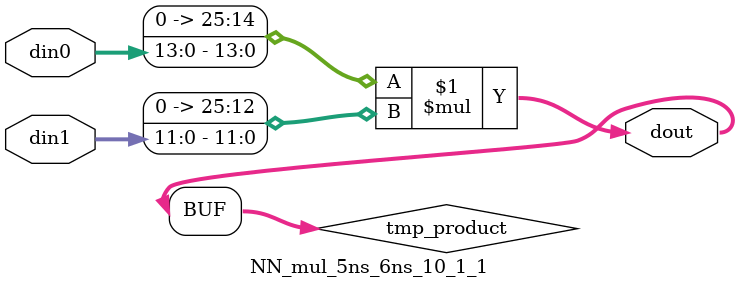
<source format=v>

`timescale 1 ns / 1 ps

 module NN_mul_5ns_6ns_10_1_1(din0, din1, dout);
parameter ID = 1;
parameter NUM_STAGE = 0;
parameter din0_WIDTH = 14;
parameter din1_WIDTH = 12;
parameter dout_WIDTH = 26;

input [din0_WIDTH - 1 : 0] din0; 
input [din1_WIDTH - 1 : 0] din1; 
output [dout_WIDTH - 1 : 0] dout;

wire signed [dout_WIDTH - 1 : 0] tmp_product;
























assign tmp_product = $signed({1'b0, din0}) * $signed({1'b0, din1});











assign dout = tmp_product;





















endmodule

</source>
